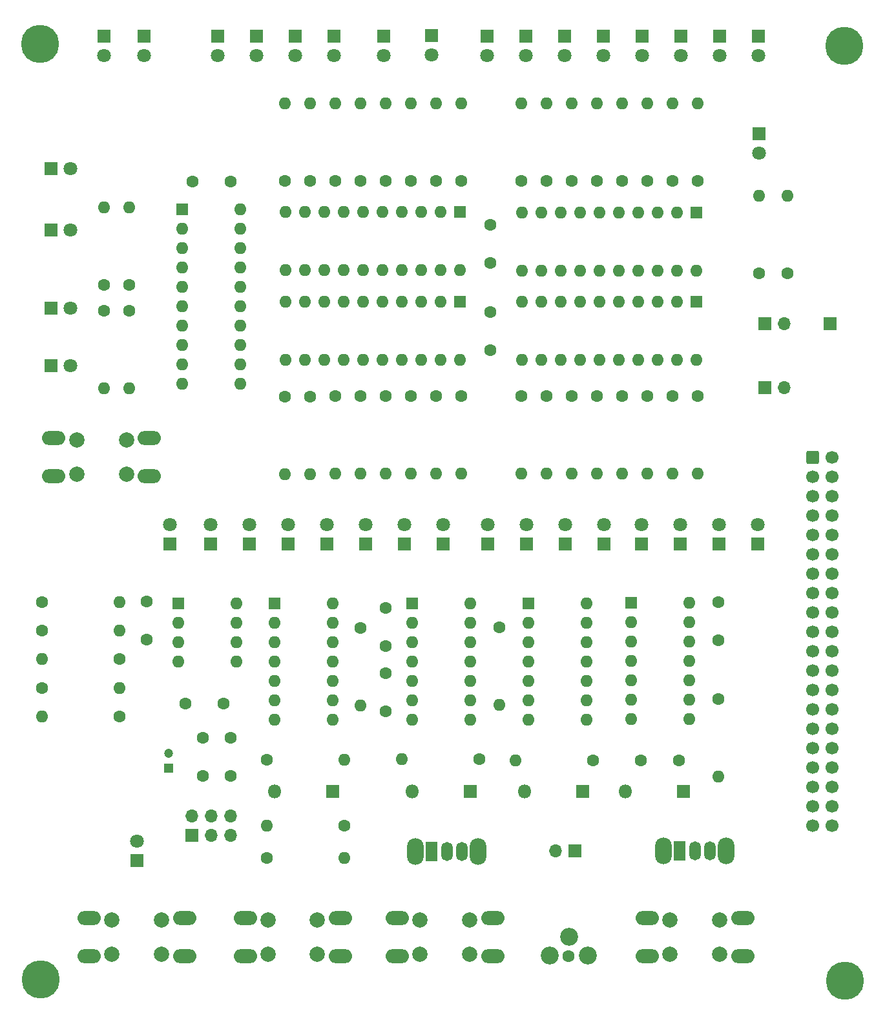
<source format=gbr>
%TF.GenerationSoftware,KiCad,Pcbnew,(6.0.9)*%
%TF.CreationDate,2022-11-23T18:20:09+10:30*%
%TF.ProjectId,DasBlinkenLights,44617342-6c69-46e6-9b65-6e4c69676874,rev?*%
%TF.SameCoordinates,Original*%
%TF.FileFunction,Soldermask,Bot*%
%TF.FilePolarity,Negative*%
%FSLAX46Y46*%
G04 Gerber Fmt 4.6, Leading zero omitted, Abs format (unit mm)*
G04 Created by KiCad (PCBNEW (6.0.9)) date 2022-11-23 18:20:09*
%MOMM*%
%LPD*%
G01*
G04 APERTURE LIST*
G04 Aperture macros list*
%AMRoundRect*
0 Rectangle with rounded corners*
0 $1 Rounding radius*
0 $2 $3 $4 $5 $6 $7 $8 $9 X,Y pos of 4 corners*
0 Add a 4 corners polygon primitive as box body*
4,1,4,$2,$3,$4,$5,$6,$7,$8,$9,$2,$3,0*
0 Add four circle primitives for the rounded corners*
1,1,$1+$1,$2,$3*
1,1,$1+$1,$4,$5*
1,1,$1+$1,$6,$7*
1,1,$1+$1,$8,$9*
0 Add four rect primitives between the rounded corners*
20,1,$1+$1,$2,$3,$4,$5,0*
20,1,$1+$1,$4,$5,$6,$7,0*
20,1,$1+$1,$6,$7,$8,$9,0*
20,1,$1+$1,$8,$9,$2,$3,0*%
G04 Aperture macros list end*
%ADD10R,1.600000X1.600000*%
%ADD11O,1.600000X1.600000*%
%ADD12R,1.800000X1.800000*%
%ADD13C,1.800000*%
%ADD14C,1.600000*%
%ADD15O,1.800000X1.800000*%
%ADD16C,5.000000*%
%ADD17R,1.200000X1.200000*%
%ADD18C,1.200000*%
%ADD19R,1.700000X1.700000*%
%ADD20O,2.200000X3.500000*%
%ADD21R,1.500000X2.500000*%
%ADD22O,1.500000X2.500000*%
%ADD23RoundRect,0.250000X-0.600000X-0.600000X0.600000X-0.600000X0.600000X0.600000X-0.600000X0.600000X0*%
%ADD24C,1.700000*%
%ADD25C,2.000000*%
%ADD26O,3.048000X1.850000*%
%ADD27O,1.700000X1.700000*%
%ADD28C,2.340000*%
G04 APERTURE END LIST*
D10*
%TO.C,U6*%
X139369800Y-50514800D03*
D11*
X136829800Y-50514800D03*
X134289800Y-50514800D03*
X131749800Y-50514800D03*
X129209800Y-50514800D03*
X126669800Y-50514800D03*
X124129800Y-50514800D03*
X121589800Y-50514800D03*
X119049800Y-50514800D03*
X116509800Y-50514800D03*
X116509800Y-58134800D03*
X119049800Y-58134800D03*
X121589800Y-58134800D03*
X124129800Y-58134800D03*
X126669800Y-58134800D03*
X129209800Y-58134800D03*
X131749800Y-58134800D03*
X134289800Y-58134800D03*
X136829800Y-58134800D03*
X139369800Y-58134800D03*
%TD*%
D10*
%TO.C,U4*%
X139364800Y-62208800D03*
D11*
X136824800Y-62208800D03*
X134284800Y-62208800D03*
X131744800Y-62208800D03*
X129204800Y-62208800D03*
X126664800Y-62208800D03*
X124124800Y-62208800D03*
X121584800Y-62208800D03*
X119044800Y-62208800D03*
X116504800Y-62208800D03*
X116504800Y-69828800D03*
X119044800Y-69828800D03*
X121584800Y-69828800D03*
X124124800Y-69828800D03*
X126664800Y-69828800D03*
X129204800Y-69828800D03*
X131744800Y-69828800D03*
X134284800Y-69828800D03*
X136824800Y-69828800D03*
X139364800Y-69828800D03*
%TD*%
D12*
%TO.C,D36*%
X85720000Y-52872000D03*
D13*
X88260000Y-52872000D03*
%TD*%
D12*
%TO.C,D32*%
X107569000Y-27427200D03*
D13*
X107569000Y-29967200D03*
%TD*%
D14*
%TO.C,R7*%
X163880800Y-74639800D03*
D11*
X163880800Y-84799800D03*
%TD*%
D12*
%TO.C,D17*%
X106680000Y-93975000D03*
D13*
X106680000Y-91435000D03*
%TD*%
D14*
%TO.C,R10*%
X153974800Y-74639800D03*
D11*
X153974800Y-84799800D03*
%TD*%
D14*
%TO.C,R44*%
X114020600Y-122275600D03*
D11*
X124180600Y-122275600D03*
%TD*%
D14*
%TO.C,R42*%
X92710000Y-63413000D03*
D11*
X92710000Y-73573000D03*
%TD*%
D14*
%TO.C,R38*%
X116382800Y-46450800D03*
D11*
X116382800Y-36290800D03*
%TD*%
D14*
%TO.C,R34*%
X129590800Y-46450800D03*
D11*
X129590800Y-36290800D03*
%TD*%
D14*
%TO.C,R49*%
X84607400Y-101625400D03*
D11*
X94767400Y-101625400D03*
%TD*%
D12*
%TO.C,D8*%
X153167000Y-93970000D03*
D13*
X153167000Y-91430000D03*
%TD*%
D14*
%TO.C,R15*%
X132892800Y-74644800D03*
D11*
X132892800Y-84804800D03*
%TD*%
D12*
%TO.C,D22*%
X163245800Y-27427200D03*
D13*
X163245800Y-29967200D03*
%TD*%
D12*
%TO.C,D42*%
X122656600Y-126441200D03*
D15*
X115036600Y-126441200D03*
%TD*%
D14*
%TO.C,C9*%
X98272600Y-106487600D03*
X98272600Y-101487600D03*
%TD*%
D12*
%TO.C,D27*%
X135636000Y-27376400D03*
D13*
X135636000Y-29916400D03*
%TD*%
D14*
%TO.C,R23*%
X163880800Y-46450800D03*
D11*
X163880800Y-36290800D03*
%TD*%
D12*
%TO.C,D18*%
X101295200Y-94030800D03*
D13*
X101295200Y-91490800D03*
%TD*%
D14*
%TO.C,R28*%
X147370800Y-46450800D03*
D11*
X147370800Y-36290800D03*
%TD*%
D14*
%TO.C,R39*%
X96012000Y-60045600D03*
D11*
X96012000Y-49885600D03*
%TD*%
D12*
%TO.C,D29*%
X122859800Y-27427200D03*
D13*
X122859800Y-29967200D03*
%TD*%
D12*
%TO.C,D16*%
X111760000Y-93980000D03*
D13*
X111760000Y-91440000D03*
%TD*%
D12*
%TO.C,D34*%
X92710000Y-27427200D03*
D13*
X92710000Y-29967200D03*
%TD*%
D14*
%TO.C,R30*%
X126339600Y-104978200D03*
D11*
X126339600Y-115138200D03*
%TD*%
D14*
%TO.C,R48*%
X94742000Y-116586000D03*
D11*
X84582000Y-116586000D03*
%TD*%
D14*
%TO.C,R27*%
X150672800Y-46450800D03*
D11*
X150672800Y-36290800D03*
%TD*%
D16*
%TO.C,H1*%
X84328000Y-28422600D03*
%TD*%
D12*
%TO.C,D4*%
X173257200Y-93970000D03*
D13*
X173257200Y-91430000D03*
%TD*%
D14*
%TO.C,R19*%
X119679800Y-74654800D03*
D11*
X119679800Y-84814800D03*
%TD*%
D17*
%TO.C,C6*%
X101193600Y-123393200D03*
D18*
X101193600Y-121393200D03*
%TD*%
D12*
%TO.C,D12*%
X132080000Y-93980000D03*
D13*
X132080000Y-91440000D03*
%TD*%
D14*
%TO.C,R14*%
X136194800Y-74644800D03*
D11*
X136194800Y-84804800D03*
%TD*%
D14*
%TO.C,R4*%
X173228000Y-114300000D03*
D11*
X173228000Y-124460000D03*
%TD*%
D16*
%TO.C,H3*%
X189839600Y-151206200D03*
%TD*%
D19*
%TO.C,J3*%
X187858400Y-65125600D03*
%TD*%
D14*
%TO.C,R26*%
X153974800Y-46450800D03*
D11*
X153974800Y-36290800D03*
%TD*%
D14*
%TO.C,R3*%
X178562000Y-58521600D03*
D11*
X178562000Y-48361600D03*
%TD*%
D12*
%TO.C,D30*%
X117779800Y-27427200D03*
D13*
X117779800Y-29967200D03*
%TD*%
D10*
%TO.C,U2*%
X161808000Y-101671200D03*
D11*
X161808000Y-104211200D03*
X161808000Y-106751200D03*
X161808000Y-109291200D03*
X161808000Y-111831200D03*
X161808000Y-114371200D03*
X161808000Y-116911200D03*
X169428000Y-116911200D03*
X169428000Y-114371200D03*
X169428000Y-111831200D03*
X169428000Y-109291200D03*
X169428000Y-106751200D03*
X169428000Y-104211200D03*
X169428000Y-101671200D03*
%TD*%
D12*
%TO.C,D3*%
X178337200Y-93970000D03*
D13*
X178337200Y-91430000D03*
%TD*%
D14*
%TO.C,C1*%
X163068000Y-122377200D03*
X168068000Y-122377200D03*
%TD*%
D20*
%TO.C,SW4*%
X174254600Y-134231700D03*
X166054600Y-134231700D03*
D21*
X168154600Y-134231700D03*
D22*
X170154600Y-134231700D03*
X172154600Y-134231700D03*
%TD*%
D12*
%TO.C,D41*%
X140716000Y-126441200D03*
D15*
X133096000Y-126441200D03*
%TD*%
D14*
%TO.C,R33*%
X132892800Y-46450800D03*
D11*
X132892800Y-36290800D03*
%TD*%
D14*
%TO.C,C5*%
X108392600Y-114884200D03*
X103392600Y-114884200D03*
%TD*%
%TO.C,C7*%
X129641600Y-102402000D03*
X129641600Y-107402000D03*
%TD*%
%TO.C,R18*%
X122986800Y-74644800D03*
D11*
X122986800Y-84804800D03*
%TD*%
D14*
%TO.C,R8*%
X160578800Y-74639800D03*
D11*
X160578800Y-84799800D03*
%TD*%
D14*
%TO.C,R24*%
X160578800Y-46450800D03*
D11*
X160578800Y-36290800D03*
%TD*%
D12*
%TO.C,D2*%
X97002600Y-135463200D03*
D13*
X97002600Y-132923200D03*
%TD*%
D14*
%TO.C,C2*%
X143306800Y-68630800D03*
X143306800Y-63630800D03*
%TD*%
%TO.C,R36*%
X122986800Y-46450800D03*
D11*
X122986800Y-36290800D03*
%TD*%
D12*
%TO.C,D39*%
X168656000Y-126441200D03*
D15*
X161036000Y-126441200D03*
%TD*%
D14*
%TO.C,R46*%
X141859000Y-122224800D03*
D11*
X131699000Y-122224800D03*
%TD*%
D14*
%TO.C,R50*%
X84556600Y-105333800D03*
D11*
X94716600Y-105333800D03*
%TD*%
D12*
%TO.C,D26*%
X142925800Y-27427200D03*
D13*
X142925800Y-29967200D03*
%TD*%
D23*
%TO.C,J1*%
X185581900Y-82651600D03*
D24*
X185581900Y-85191600D03*
X185581900Y-87731600D03*
X185581900Y-90271600D03*
X185581900Y-92811600D03*
X185581900Y-95351600D03*
X185581900Y-97891600D03*
X185581900Y-100431600D03*
X185581900Y-102971600D03*
X185581900Y-105511600D03*
X185581900Y-108051600D03*
X185581900Y-110591600D03*
X185581900Y-113131600D03*
X185581900Y-115671600D03*
X185581900Y-118211600D03*
X185581900Y-120751600D03*
X185581900Y-123291600D03*
X185581900Y-125831600D03*
X185581900Y-128371600D03*
X185581900Y-130911600D03*
X188121900Y-130911600D03*
X188121900Y-128371600D03*
X188121900Y-125831600D03*
X188121900Y-123291600D03*
X188121900Y-120751600D03*
X188121900Y-118211600D03*
X188121900Y-115671600D03*
X188121900Y-113131600D03*
X188121900Y-110591600D03*
X188121900Y-108051600D03*
X188121900Y-105511600D03*
X188121900Y-102971600D03*
X188121900Y-100431600D03*
X188121900Y-97891600D03*
X188121900Y-95351600D03*
X188121900Y-92811600D03*
X188121900Y-90271600D03*
X188121900Y-87731600D03*
X188121900Y-85191600D03*
X188121900Y-82651600D03*
%TD*%
D10*
%TO.C,U8*%
X133045200Y-101777800D03*
D11*
X133045200Y-104317800D03*
X133045200Y-106857800D03*
X133045200Y-109397800D03*
X133045200Y-111937800D03*
X133045200Y-114477800D03*
X133045200Y-117017800D03*
X140665200Y-117017800D03*
X140665200Y-114477800D03*
X140665200Y-111937800D03*
X140665200Y-109397800D03*
X140665200Y-106857800D03*
X140665200Y-104317800D03*
X140665200Y-101777800D03*
%TD*%
D14*
%TO.C,R16*%
X129590800Y-74644800D03*
D11*
X129590800Y-84804800D03*
%TD*%
D12*
%TO.C,D7*%
X158247000Y-93970000D03*
D13*
X158247000Y-91430000D03*
%TD*%
D25*
%TO.C,SW1*%
X100240000Y-147761200D03*
X93740000Y-147761200D03*
D26*
X90768000Y-148042000D03*
X103268000Y-148042000D03*
D25*
X100240000Y-143261200D03*
D26*
X90768000Y-143042000D03*
D25*
X93740000Y-143261200D03*
D26*
X103268000Y-143042000D03*
%TD*%
D12*
%TO.C,D13*%
X127000000Y-93980000D03*
D13*
X127000000Y-91440000D03*
%TD*%
D14*
%TO.C,C8*%
X104256200Y-46482000D03*
X109256200Y-46482000D03*
%TD*%
D12*
%TO.C,D15*%
X116840000Y-93980000D03*
D13*
X116840000Y-91440000D03*
%TD*%
D14*
%TO.C,C4*%
X129641600Y-110921800D03*
X129641600Y-115921800D03*
%TD*%
%TO.C,R45*%
X114046000Y-135128000D03*
D11*
X124206000Y-135128000D03*
%TD*%
D14*
%TO.C,C10*%
X109285800Y-124368800D03*
X109285800Y-119368800D03*
%TD*%
D12*
%TO.C,D9*%
X148087000Y-93970000D03*
D13*
X148087000Y-91430000D03*
%TD*%
D12*
%TO.C,D37*%
X85720000Y-63093600D03*
D13*
X88260000Y-63093600D03*
%TD*%
D14*
%TO.C,R2*%
X156819600Y-122377200D03*
D11*
X146659600Y-122377200D03*
%TD*%
D14*
%TO.C,R31*%
X139496800Y-46450800D03*
D11*
X139496800Y-36290800D03*
%TD*%
D12*
%TO.C,D10*%
X143007000Y-93970000D03*
D13*
X143007000Y-91430000D03*
%TD*%
D14*
%TO.C,R1*%
X144500600Y-104927400D03*
D11*
X144500600Y-115087400D03*
%TD*%
D26*
%TO.C,SW7*%
X111198000Y-148042000D03*
D25*
X114170000Y-147761200D03*
X120670000Y-147761200D03*
D26*
X123698000Y-148042000D03*
X111198000Y-143042000D03*
D25*
X120670000Y-143261200D03*
X114170000Y-143261200D03*
D26*
X123698000Y-143042000D03*
%TD*%
D12*
%TO.C,D20*%
X173405800Y-27427200D03*
D13*
X173405800Y-29967200D03*
%TD*%
D12*
%TO.C,D28*%
X129336800Y-27427200D03*
D13*
X129336800Y-29967200D03*
%TD*%
D14*
%TO.C,R37*%
X119684800Y-46450800D03*
D11*
X119684800Y-36290800D03*
%TD*%
D14*
%TO.C,R41*%
X96012000Y-63413000D03*
D11*
X96012000Y-73573000D03*
%TD*%
D14*
%TO.C,R22*%
X167182800Y-46450800D03*
D11*
X167182800Y-36290800D03*
%TD*%
D12*
%TO.C,D23*%
X158165800Y-27427200D03*
D13*
X158165800Y-29967200D03*
%TD*%
D14*
%TO.C,R47*%
X124206000Y-130911600D03*
D11*
X114046000Y-130911600D03*
%TD*%
D19*
%TO.C,J5*%
X104216200Y-132156200D03*
D27*
X104216200Y-129616200D03*
X106756200Y-132156200D03*
X106756200Y-129616200D03*
X109296200Y-132156200D03*
X109296200Y-129616200D03*
%TD*%
D20*
%TO.C,SW6*%
X141742600Y-134257100D03*
X133542600Y-134257100D03*
D21*
X135642600Y-134257100D03*
D22*
X137642600Y-134257100D03*
X139642600Y-134257100D03*
%TD*%
D12*
%TO.C,D19*%
X178485800Y-27427200D03*
D13*
X178485800Y-29967200D03*
%TD*%
D14*
%TO.C,R29*%
X84556600Y-112852200D03*
D11*
X94716600Y-112852200D03*
%TD*%
D14*
%TO.C,R25*%
X157276800Y-46450800D03*
D11*
X157276800Y-36290800D03*
%TD*%
D14*
%TO.C,R32*%
X136194800Y-46450800D03*
D11*
X136194800Y-36290800D03*
%TD*%
D10*
%TO.C,U3*%
X170352800Y-62203800D03*
D11*
X167812800Y-62203800D03*
X165272800Y-62203800D03*
X162732800Y-62203800D03*
X160192800Y-62203800D03*
X157652800Y-62203800D03*
X155112800Y-62203800D03*
X152572800Y-62203800D03*
X150032800Y-62203800D03*
X147492800Y-62203800D03*
X147492800Y-69823800D03*
X150032800Y-69823800D03*
X152572800Y-69823800D03*
X155112800Y-69823800D03*
X157652800Y-69823800D03*
X160192800Y-69823800D03*
X162732800Y-69823800D03*
X165272800Y-69823800D03*
X167812800Y-69823800D03*
X170352800Y-69823800D03*
%TD*%
D14*
%TO.C,R51*%
X94742000Y-109042200D03*
D11*
X84582000Y-109042200D03*
%TD*%
D10*
%TO.C,U5*%
X170352800Y-50524800D03*
D11*
X167812800Y-50524800D03*
X165272800Y-50524800D03*
X162732800Y-50524800D03*
X160192800Y-50524800D03*
X157652800Y-50524800D03*
X155112800Y-50524800D03*
X152572800Y-50524800D03*
X150032800Y-50524800D03*
X147492800Y-50524800D03*
X147492800Y-58144800D03*
X150032800Y-58144800D03*
X152572800Y-58144800D03*
X155112800Y-58144800D03*
X157652800Y-58144800D03*
X160192800Y-58144800D03*
X162732800Y-58144800D03*
X165272800Y-58144800D03*
X167812800Y-58144800D03*
X170352800Y-58144800D03*
%TD*%
D14*
%TO.C,R20*%
X116377800Y-74654800D03*
D11*
X116377800Y-84814800D03*
%TD*%
D14*
%TO.C,R9*%
X157276800Y-74639800D03*
D11*
X157276800Y-84799800D03*
%TD*%
D12*
%TO.C,D24*%
X153085800Y-27427200D03*
D13*
X153085800Y-29967200D03*
%TD*%
D12*
%TO.C,D1*%
X178562000Y-40233600D03*
D13*
X178562000Y-42773600D03*
%TD*%
D19*
%TO.C,J2*%
X179319000Y-65125600D03*
D27*
X181859000Y-65125600D03*
%TD*%
D14*
%TO.C,R40*%
X92710000Y-60045600D03*
D11*
X92710000Y-49885600D03*
%TD*%
D12*
%TO.C,D11*%
X137160000Y-93980000D03*
D13*
X137160000Y-91440000D03*
%TD*%
D12*
%TO.C,D35*%
X85720000Y-44805600D03*
D13*
X88260000Y-44805600D03*
%TD*%
D14*
%TO.C,R21*%
X170484800Y-46450800D03*
D11*
X170484800Y-36290800D03*
%TD*%
D25*
%TO.C,SW3*%
X173392000Y-147761200D03*
D26*
X163920000Y-148042000D03*
D25*
X166892000Y-147761200D03*
D26*
X176420000Y-148042000D03*
D25*
X166892000Y-143261200D03*
D26*
X163920000Y-143042000D03*
D25*
X173392000Y-143261200D03*
D26*
X176420000Y-143042000D03*
%TD*%
D14*
%TO.C,C11*%
X105628200Y-124368800D03*
X105628200Y-119368800D03*
%TD*%
D28*
%TO.C,RV1*%
X151118800Y-147951600D03*
D14*
X153608000Y-147977000D03*
D28*
X153618800Y-145451600D03*
X156118800Y-147951600D03*
%TD*%
D12*
%TO.C,D14*%
X121920000Y-93980000D03*
D13*
X121920000Y-91440000D03*
%TD*%
D12*
%TO.C,D5*%
X168177200Y-93970000D03*
D13*
X168177200Y-91430000D03*
%TD*%
D16*
%TO.C,H4*%
X84429600Y-151079200D03*
%TD*%
D12*
%TO.C,D31*%
X112699800Y-27427200D03*
D13*
X112699800Y-29967200D03*
%TD*%
D19*
%TO.C,J4*%
X154406600Y-134213600D03*
D27*
X151866600Y-134213600D03*
%TD*%
D14*
%TO.C,R5*%
X170484800Y-74639800D03*
D11*
X170484800Y-84799800D03*
%TD*%
D14*
%TO.C,R43*%
X182234200Y-58521600D03*
D11*
X182234200Y-48361600D03*
%TD*%
D26*
%TO.C,SW5*%
X143654000Y-148042000D03*
D25*
X140626000Y-147761200D03*
D26*
X131154000Y-148042000D03*
D25*
X134126000Y-147761200D03*
D26*
X143654000Y-143042000D03*
D25*
X140626000Y-143261200D03*
X134126000Y-143261200D03*
D26*
X131154000Y-143042000D03*
%TD*%
D14*
%TO.C,R6*%
X167182800Y-74639800D03*
D11*
X167182800Y-84799800D03*
%TD*%
D12*
%TO.C,D33*%
X97942400Y-27427200D03*
D13*
X97942400Y-29967200D03*
%TD*%
D14*
%TO.C,R17*%
X126288800Y-74644800D03*
D11*
X126288800Y-84804800D03*
%TD*%
D14*
%TO.C,R35*%
X126288800Y-46450800D03*
D11*
X126288800Y-36290800D03*
%TD*%
D12*
%TO.C,D25*%
X148005800Y-27427200D03*
D13*
X148005800Y-29967200D03*
%TD*%
D16*
%TO.C,H2*%
X189738000Y-28676600D03*
%TD*%
D14*
%TO.C,R13*%
X139496800Y-74644800D03*
D11*
X139496800Y-84804800D03*
%TD*%
D14*
%TO.C,R12*%
X147370800Y-74639800D03*
D11*
X147370800Y-84799800D03*
%TD*%
D14*
%TO.C,C3*%
X143306800Y-57200800D03*
X143306800Y-52200800D03*
%TD*%
D10*
%TO.C,U9*%
X115046600Y-101798200D03*
D11*
X115046600Y-104338200D03*
X115046600Y-106878200D03*
X115046600Y-109418200D03*
X115046600Y-111958200D03*
X115046600Y-114498200D03*
X115046600Y-117038200D03*
X122666600Y-117038200D03*
X122666600Y-114498200D03*
X122666600Y-111958200D03*
X122666600Y-109418200D03*
X122666600Y-106878200D03*
X122666600Y-104338200D03*
X122666600Y-101798200D03*
%TD*%
D12*
%TO.C,D21*%
X168325800Y-27427200D03*
D13*
X168325800Y-29967200D03*
%TD*%
D19*
%TO.C,J6*%
X179324000Y-73507600D03*
D27*
X181864000Y-73507600D03*
%TD*%
D12*
%TO.C,D6*%
X163097200Y-93970000D03*
D13*
X163097200Y-91430000D03*
%TD*%
D10*
%TO.C,U1*%
X148320600Y-101798200D03*
D11*
X148320600Y-104338200D03*
X148320600Y-106878200D03*
X148320600Y-109418200D03*
X148320600Y-111958200D03*
X148320600Y-114498200D03*
X148320600Y-117038200D03*
X155940600Y-117038200D03*
X155940600Y-114498200D03*
X155940600Y-111958200D03*
X155940600Y-109418200D03*
X155940600Y-106878200D03*
X155940600Y-104338200D03*
X155940600Y-101798200D03*
%TD*%
D12*
%TO.C,D40*%
X155448000Y-126441200D03*
D15*
X147828000Y-126441200D03*
%TD*%
D14*
%TO.C,R11*%
X150672800Y-74639800D03*
D11*
X150672800Y-84799800D03*
%TD*%
D12*
%TO.C,D38*%
X85720000Y-70652000D03*
D13*
X88260000Y-70652000D03*
%TD*%
D26*
%TO.C,SW2*%
X98606000Y-80111600D03*
X86106000Y-80111600D03*
D25*
X95634000Y-80392400D03*
X89134000Y-80392400D03*
X89134000Y-84892400D03*
X95634000Y-84892400D03*
D26*
X86106000Y-85111600D03*
X98606000Y-85111600D03*
%TD*%
D10*
%TO.C,U7*%
X102930800Y-50133800D03*
D11*
X102930800Y-52673800D03*
X102930800Y-55213800D03*
X102930800Y-57753800D03*
X102930800Y-60293800D03*
X102930800Y-62833800D03*
X102930800Y-65373800D03*
X102930800Y-67913800D03*
X102930800Y-70453800D03*
X102930800Y-72993800D03*
X110550800Y-72993800D03*
X110550800Y-70453800D03*
X110550800Y-67913800D03*
X110550800Y-65373800D03*
X110550800Y-62833800D03*
X110550800Y-60293800D03*
X110550800Y-57753800D03*
X110550800Y-55213800D03*
X110550800Y-52673800D03*
X110550800Y-50133800D03*
%TD*%
D14*
%TO.C,C12*%
X173228000Y-101600000D03*
X173228000Y-106600000D03*
%TD*%
D10*
%TO.C,U10*%
X102473600Y-101813200D03*
D11*
X102473600Y-104353200D03*
X102473600Y-106893200D03*
X102473600Y-109433200D03*
X110093600Y-109433200D03*
X110093600Y-106893200D03*
X110093600Y-104353200D03*
X110093600Y-101813200D03*
%TD*%
M02*

</source>
